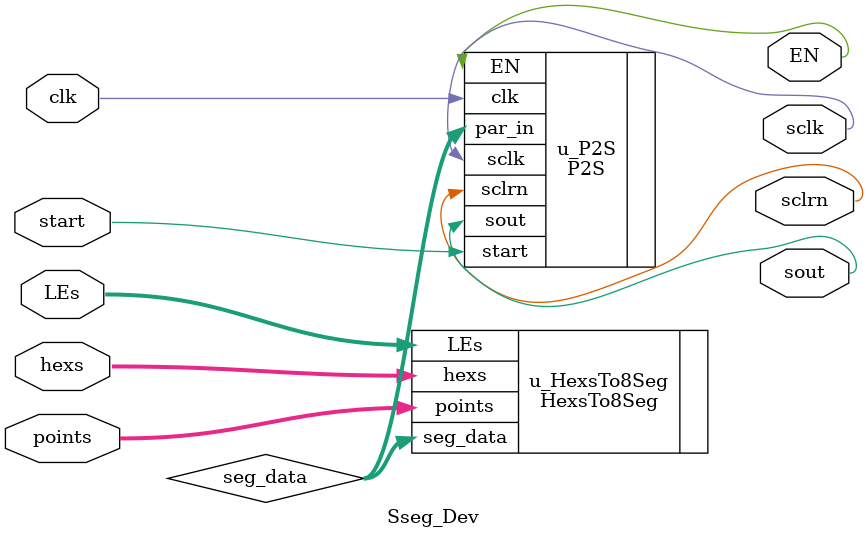
<source format=v>
module Sseg_Dev(
    input clk,
    input start,
    input [31:0] hexs,
    input [7:0] points,
    input [7:0] LEs,
    output sclk,
    output sclrn,
    output sout,
    output EN
);

    wire [63:0] seg_data;
    HexsTo8Seg u_HexsTo8Seg (
        .hexs(hexs),
        .points(points),
        .LEs(LEs),
        .seg_data(seg_data)
    );

    P2S #(.BIT_WIDTH(64)) u_P2S (
        .clk(clk),
        .start(start),
        .par_in(seg_data),
        .sclk(sclk),
        .sclrn(sclrn),
        .sout(sout),
        .EN(EN)
    );

endmodule
</source>
